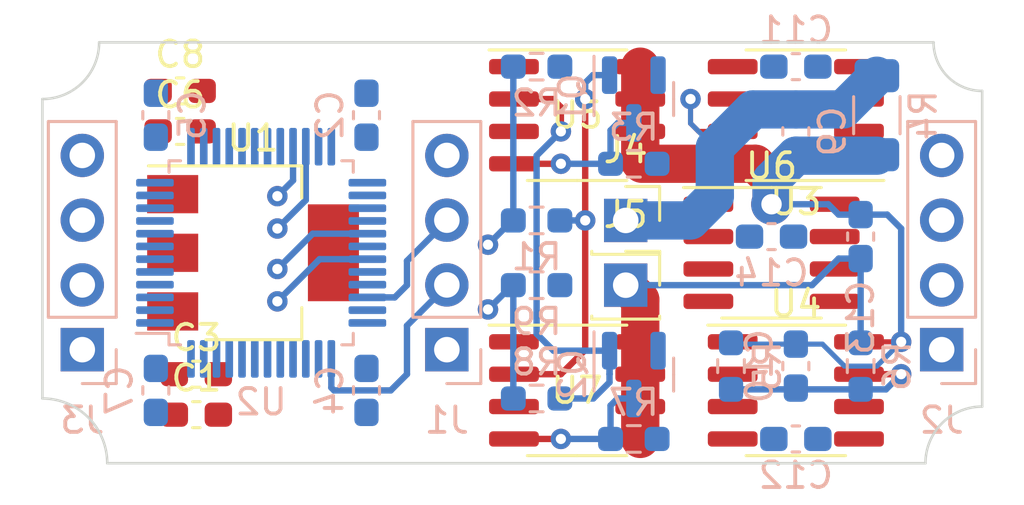
<source format=kicad_pcb>
(kicad_pcb (version 20211014) (generator pcbnew)
  (layers (0 "F.Cu" signal) (1 "In1.Cu" signal) (2 "In2.Cu" signal) (31 "B.Cu" signal) (34 "B.Paste" user) (35 "F.Paste" user) (36 "B.SilkS" user "B.Silkscreen") (37 "F.SilkS" user "F.Silkscreen") (38 "B.Mask" user) (39 "F.Mask" user) (44 "Edge.Cuts" user))
  (net 0 "")
  (net 1 "+5V")
  (net 2 "GNDD")
  (net 3 "+3V3")
  (net 4 "I_SENS +")
  (net 5 "I_SENS -")
  (net 6 "V_SENS -")
  (net 7 "Net-(C13-Pad2)")
  (net 8 "SWDIO")
  (net 9 "SWDCLK")
  (net 10 "SDA2")
  (net 11 "SCL2")
  (net 12 "A'")
  (net 13 "Net-(Q1-Pad3)")
  (net 14 "B'")
  (net 15 "Net-(Q2-Pad3)")
  (net 16 "A")
  (net 17 "B")
  (net 44 "SCL1")
  (net 45 "SDA1")
  (footprint "Capacitor_SMD:C_0603_1608Metric_Pad1.08x0.95mm_HandSolder" (layer "F.Cu") (at 76.5175 31.4325)
    (fp_text reference "C6" (at 0 -1.43) (layer "F.SilkS"))
    (fp_text value "100nF")
    (fp_line (start -0.146267 -0.51) (end 0.146267 -0.51) (layer "F.SilkS") (width 0.12))
    (fp_line (start -0.146267 0.51) (end 0.146267 0.51) (layer "F.SilkS") (width 0.12))
    (pad "1" smd roundrect locked (at -0.8625 0) (size 1.075 0.95) (layers "F.Cu" "F.Paste" "F.Mask") (net 3 "+3V3"))
    (pad "2" smd roundrect locked (at 0.8625 0) (size 1.075 0.95) (layers "F.Cu" "F.Paste" "F.Mask") (net 2 "GNDD"))
  )
  (footprint "Package_TO_SOT_SMD:SOT-223-3_TabPin2" (layer "F.Cu") (at 79.375 36.195)
    (fp_text reference "U1" (at 0 -4.5) (layer "F.SilkS"))
    (fp_text value "AMS1117-3.3")
    (fp_line (start 1.91 -3.41) (end 1.91 -2.15) (layer "F.SilkS") (width 0.12))
    (fp_line (start 1.91 3.41) (end 1.91 2.15) (layer "F.SilkS") (width 0.12))
    (fp_line (start -1.85 3.41) (end 1.91 3.41) (layer "F.SilkS") (width 0.12))
    (fp_line (start -4.1 -3.41) (end 1.91 -3.41) (layer "F.SilkS") (width 0.12))
    (pad "1" smd rect locked (at -3.15 -2.3) (size 2 1.5) (layers "F.Cu" "F.Paste" "F.Mask") (net 2 "GNDD"))
    (pad "2" smd rect locked (at -3.15 0) (size 2 1.5) (layers "F.Cu" "F.Paste" "F.Mask") (net 3 "+3V3"))
    (pad "2" smd rect locked (at 3.15 0) (size 2 3.8) (layers "F.Cu" "F.Paste" "F.Mask") (net 3 "+3V3"))
    (pad "3" smd rect locked (at -3.15 2.3) (size 2 1.5) (layers "F.Cu" "F.Paste" "F.Mask") (net 1 "+5V"))
  )
  (footprint "Package_SO:SOIC-8_3.9x4.9mm_P1.27mm" (layer "F.Cu") (at 99.695 36.195)
    (fp_text reference "U6" (at 0 -3.4) (layer "F.SilkS"))
    (fp_text value "AS5600")
    (fp_line (start 0 2.56) (end -1.95 2.56) (layer "F.SilkS") (width 0.12))
    (fp_line (start 0 2.56) (end 1.95 2.56) (layer "F.SilkS") (width 0.12))
    (fp_line (start 0 -2.56) (end -3.45 -2.56) (layer "F.SilkS") (width 0.12))
    (fp_line (start 0 -2.56) (end 1.95 -2.56) (layer "F.SilkS") (width 0.12))
    (pad "1" smd roundrect locked (at -2.475 -1.905) (size 1.95 0.6) (layers "F.Cu" "F.Paste" "F.Mask") (net 3 "+3V3"))
    (pad "2" smd roundrect locked (at -2.475 -0.635) (size 1.95 0.6) (layers "F.Cu" "F.Paste" "F.Mask") (net 3 "+3V3"))
    (pad "3" smd roundrect locked (at -2.475 0.635) (size 1.95 0.6) (layers "F.Cu" "F.Paste" "F.Mask"))
    (pad "4" smd roundrect locked (at -2.475 1.905) (size 1.95 0.6) (layers "F.Cu" "F.Paste" "F.Mask") (net 2 "GNDD"))
    (pad "5" smd roundrect locked (at 2.475 1.905) (size 1.95 0.6) (layers "F.Cu" "F.Paste" "F.Mask"))
    (pad "6" smd roundrect locked (at 2.475 0.635) (size 1.95 0.6) (layers "F.Cu" "F.Paste" "F.Mask") (net 45 "SDA1"))
    (pad "7" smd roundrect locked (at 2.475 -0.635) (size 1.95 0.6) (layers "F.Cu" "F.Paste" "F.Mask") (net 44 "SCL1"))
    (pad "8" smd roundrect locked (at 2.475 -1.905) (size 1.95 0.6) (layers "F.Cu" "F.Paste" "F.Mask") (net 2 "GNDD"))
  )
  (footprint "Connector_PinSocket_2.54mm:PinSocket_1x01_P2.54mm_Vertical" (layer "F.Cu") (at 93.98 37.465)
    (fp_text reference "J5" (at 0 -2.77) (layer "F.SilkS"))
    (fp_text value "MOT")
    (fp_line (start 0 -1.33) (end 1.33 -1.33) (layer "F.SilkS") (width 0.12))
    (fp_line (start -1.33 1.21) (end -1.33 1.33) (layer "F.SilkS") (width 0.12))
    (fp_line (start 1.33 -1.33) (end 1.33 0) (layer "F.SilkS") (width 0.12))
    (fp_line (start -1.33 1.33) (end 1.33 1.33) (layer "F.SilkS") (width 0.12))
    (fp_line (start 1.33 1.21) (end 1.33 1.33) (layer "F.SilkS") (width 0.12))
    (pad "1" thru_hole rect locked (at 0 0) (size 1.7 1.7) (drill 1) (layers *.Cu *.Mask) (net 7 "Net-(C13-Pad2)"))
  )
  (footprint "Package_SO:SOIC-8_3.9x4.9mm_P1.27mm" (layer "F.Cu") (at 92.075 41.5925)
    (fp_text reference "U7" (at 0 0) (layer "F.SilkS"))
    (fp_text value "IRF7307")
    (fp_line (start 0 -2.56) (end -3.45 -2.56) (layer "F.SilkS") (width 0.12))
    (fp_line (start 0 2.56) (end 1.95 2.56) (layer "F.SilkS") (width 0.12))
    (fp_line (start 0 -2.56) (end 1.95 -2.56) (layer "F.SilkS") (width 0.12))
    (fp_line (start 0 2.56) (end -1.95 2.56) (layer "F.SilkS") (width 0.12))
    (pad "1" smd roundrect locked (at -2.475 -1.905) (size 1.95 0.6) (layers "F.Cu" "F.Paste" "F.Mask") (net 2 "GNDD"))
    (pad "2" smd roundrect locked (at -2.475 -0.635) (size 1.95 0.6) (layers "F.Cu" "F.Paste" "F.Mask") (net 12 "A'"))
    (pad "3" smd roundrect locked (at -2.475 0.635) (size 1.95 0.6) (layers "F.Cu" "F.Paste" "F.Mask") (net 1 "+5V"))
    (pad "4" smd roundrect locked (at -2.475 1.905) (size 1.95 0.6) (layers "F.Cu" "F.Paste" "F.Mask") (net 15 "Net-(Q2-Pad3)"))
    (pad "5" smd roundrect locked (at 2.475 1.905) (size 1.95 0.6) (layers "F.Cu" "F.Paste" "F.Mask") (net 7 "Net-(C13-Pad2)"))
    (pad "6" smd roundrect locked (at 2.475 0.635) (size 1.95 0.6) (layers "F.Cu" "F.Paste" "F.Mask") (net 7 "Net-(C13-Pad2)"))
    (pad "7" smd roundrect locked (at 2.475 -0.635) (size 1.95 0.6) (layers "F.Cu" "F.Paste" "F.Mask") (net 7 "Net-(C13-Pad2)"))
    (pad "8" smd roundrect locked (at 2.475 -1.905) (size 1.95 0.6) (layers "F.Cu" "F.Paste" "F.Mask") (net 7 "Net-(C13-Pad2)"))
  )
  (footprint "Connector_PinSocket_2.54mm:PinSocket_1x01_P2.54mm_Vertical" (layer "F.Cu") (at 93.98 34.925)
    (fp_text reference "J4" (at 0 -2.77) (layer "F.SilkS"))
    (fp_text value "MOT")
    (fp_line (start 1.33 1.21) (end 1.33 1.33) (layer "F.SilkS") (width 0.12))
    (fp_line (start -1.33 1.21) (end -1.33 1.33) (layer "F.SilkS") (width 0.12))
    (fp_line (start 0 -1.33) (end 1.33 -1.33) (layer "F.SilkS") (width 0.12))
    (fp_line (start 1.33 -1.33) (end 1.33 0) (layer "F.SilkS") (width 0.12))
    (fp_line (start -1.33 1.33) (end 1.33 1.33) (layer "F.SilkS") (width 0.12))
    (pad "1" thru_hole rect locked (at 0 0) (size 1.7 1.7) (drill 1) (layers *.Cu *.Mask) (net 5 "I_SENS -"))
  )
  (footprint "Capacitor_SMD:C_0603_1608Metric_Pad1.08x0.95mm_HandSolder" (layer "F.Cu") (at 77.1525 42.545)
    (fp_text reference "C1" (at 0 -1.43) (layer "F.SilkS"))
    (fp_text value "10uF")
    (fp_line (start -0.146267 -0.51) (end 0.146267 -0.51) (layer "F.SilkS") (width 0.12))
    (fp_line (start -0.146267 0.51) (end 0.146267 0.51) (layer "F.SilkS") (width 0.12))
    (pad "1" smd roundrect locked (at -0.8625 0) (size 1.075 0.95) (layers "F.Cu" "F.Paste" "F.Mask") (net 1 "+5V"))
    (pad "2" smd roundrect locked (at 0.8625 0) (size 1.075 0.95) (layers "F.Cu" "F.Paste" "F.Mask") (net 2 "GNDD"))
  )
  (footprint "Capacitor_SMD:C_0603_1608Metric_Pad1.08x0.95mm_HandSolder" (layer "F.Cu") (at 76.5175 29.845)
    (fp_text reference "C8" (at 0 -1.43) (layer "F.SilkS"))
    (fp_text value "10uF")
    (fp_line (start -0.146267 0.51) (end 0.146267 0.51) (layer "F.SilkS") (width 0.12))
    (fp_line (start -0.146267 -0.51) (end 0.146267 -0.51) (layer "F.SilkS") (width 0.12))
    (pad "1" smd roundrect locked (at -0.8625 0) (size 1.075 0.95) (layers "F.Cu" "F.Paste" "F.Mask") (net 3 "+3V3"))
    (pad "2" smd roundrect locked (at 0.8625 0) (size 1.075 0.95) (layers "F.Cu" "F.Paste" "F.Mask") (net 2 "GNDD"))
  )
  (footprint "Capacitor_SMD:C_0603_1608Metric_Pad1.08x0.95mm_HandSolder" (layer "F.Cu") (at 77.1525 40.9575)
    (fp_text reference "C3" (at 0 -1.43) (layer "F.SilkS"))
    (fp_text value "100nF")
    (fp_line (start -0.146267 0.51) (end 0.146267 0.51) (layer "F.SilkS") (width 0.12))
    (fp_line (start -0.146267 -0.51) (end 0.146267 -0.51) (layer "F.SilkS") (width 0.12))
    (pad "1" smd roundrect locked (at -0.8625 0) (size 1.075 0.95) (layers "F.Cu" "F.Paste" "F.Mask") (net 1 "+5V"))
    (pad "2" smd roundrect locked (at 0.8625 0) (size 1.075 0.95) (layers "F.Cu" "F.Paste" "F.Mask") (net 2 "GNDD"))
  )
  (footprint "Package_SO:SOIC-8_3.9x4.9mm_P1.27mm" (layer "F.Cu") (at 100.6475 41.5925)
    (fp_text reference "U4" (at 0 -3.4) (layer "F.SilkS"))
    (fp_text value "INA219AxD")
    (fp_line (start 0 -2.56) (end 1.95 -2.56) (layer "F.SilkS") (width 0.12))
    (fp_line (start 0 -2.56) (end -3.45 -2.56) (layer "F.SilkS") (width 0.12))
    (fp_line (start 0 2.56) (end -1.95 2.56) (layer "F.SilkS") (width 0.12))
    (fp_line (start 0 2.56) (end 1.95 2.56) (layer "F.SilkS") (width 0.12))
    (pad "1" smd roundrect locked (at -2.475 -1.905) (size 1.95 0.6) (layers "F.Cu" "F.Paste" "F.Mask") (net 2 "GNDD"))
    (pad "2" smd roundrect locked (at -2.475 -0.635) (size 1.95 0.6) (layers "F.Cu" "F.Paste" "F.Mask") (net 3 "+3V3"))
    (pad "3" smd roundrect locked (at -2.475 0.635) (size 1.95 0.6) (layers "F.Cu" "F.Paste" "F.Mask") (net 45 "SDA1"))
    (pad "4" smd roundrect locked (at -2.475 1.905) (size 1.95 0.6) (layers "F.Cu" "F.Paste" "F.Mask") (net 44 "SCL1"))
    (pad "5" smd roundrect locked (at 2.475 1.905) (size 1.95 0.6) (layers "F.Cu" "F.Paste" "F.Mask") (net 3 "+3V3"))
    (pad "6" smd roundrect locked (at 2.475 0.635) (size 1.95 0.6) (layers "F.Cu" "F.Paste" "F.Mask") (net 2 "GNDD"))
    (pad "7" smd roundrect locked (at 2.475 -0.635) (size 1.95 0.6) (layers "F.Cu" "F.Paste" "F.Mask") (net 6 "V_SENS -"))
    (pad "8" smd roundrect locked (at 2.475 -1.905) (size 1.95 0.6) (layers "F.Cu" "F.Paste" "F.Mask") (net 4 "I_SENS +"))
  )
  (footprint "Package_SO:SOIC-8_3.9x4.9mm_P1.27mm" (layer "F.Cu") (at 100.6475 30.7975 180)
    (fp_text reference "U3" (at 0 -3.4) (layer "F.SilkS"))
    (fp_text value "INA219AxD")
    (fp_line (start 0 2.56) (end 1.95 2.56) (layer "F.SilkS") (width 0.12))
    (fp_line (start 0 -2.56) (end -3.45 -2.56) (layer "F.SilkS") (width 0.12))
    (fp_line (start 0 2.56) (end -1.95 2.56) (layer "F.SilkS") (width 0.12))
    (fp_line (start 0 -2.56) (end 1.95 -2.56) (layer "F.SilkS") (width 0.12))
    (pad "1" smd roundrect locked (at -2.475 -1.905 180) (size 1.95 0.6) (layers "F.Cu" "F.Paste" "F.Mask") (net 2 "GNDD"))
    (pad "2" smd roundrect locked (at -2.475 -0.635 180) (size 1.95 0.6) (layers "F.Cu" "F.Paste" "F.Mask") (net 2 "GNDD"))
    (pad "3" smd roundrect locked (at -2.475 0.635 180) (size 1.95 0.6) (layers "F.Cu" "F.Paste" "F.Mask") (net 45 "SDA1"))
    (pad "4" smd roundrect locked (at -2.475 1.905 180) (size 1.95 0.6) (layers "F.Cu" "F.Paste" "F.Mask") (net 44 "SCL1"))
    (pad "5" smd roundrect locked (at 2.475 1.905 180) (size 1.95 0.6) (layers "F.Cu" "F.Paste" "F.Mask") (net 3 "+3V3"))
    (pad "6" smd roundrect locked (at 2.475 0.635 180) (size 1.95 0.6) (layers "F.Cu" "F.Paste" "F.Mask") (net 2 "GNDD"))
    (pad "7" smd roundrect locked (at 2.475 -0.635 180) (size 1.95 0.6) (layers "F.Cu" "F.Paste" "F.Mask") (net 5 "I_SENS -"))
    (pad "8" smd roundrect locked (at 2.475 -1.905 180) (size 1.95 0.6) (layers "F.Cu" "F.Paste" "F.Mask") (net 4 "I_SENS +"))
  )
  (footprint "Package_SO:SOIC-8_3.9x4.9mm_P1.27mm" (layer "F.Cu") (at 92.075 30.7975)
    (fp_text reference "U5" (at 0 0) (layer "F.SilkS"))
    (fp_text value "IRF7307")
    (fp_line (start 0 2.56) (end 1.95 2.56) (layer "F.SilkS") (width 0.12))
    (fp_line (start 0 -2.56) (end 1.95 -2.56) (layer "F.SilkS") (width 0.12))
    (fp_line (start 0 2.56) (end -1.95 2.56) (layer "F.SilkS") (width 0.12))
    (fp_line (start 0 -2.56) (end -3.45 -2.56) (layer "F.SilkS") (width 0.12))
    (pad "1" smd roundrect locked (at -2.475 -1.905) (size 1.95 0.6) (layers "F.Cu" "F.Paste" "F.Mask") (net 2 "GNDD"))
    (pad "2" smd roundrect locked (at -2.475 -0.635) (size 1.95 0.6) (layers "F.Cu" "F.Paste" "F.Mask") (net 14 "B'"))
    (pad "3" smd roundrect locked (at -2.475 0.635) (size 1.95 0.6) (layers "F.Cu" "F.Paste" "F.Mask") (net 1 "+5V"))
    (pad "4" smd roundrect locked (at -2.475 1.905) (size 1.95 0.6) (layers "F.Cu" "F.Paste" "F.Mask") (net 13 "Net-(Q1-Pad3)"))
    (pad "5" smd roundrect locked (at 2.475 1.905) (size 1.95 0.6) (layers "F.Cu" "F.Paste" "F.Mask") (net 4 "I_SENS +"))
    (pad "6" smd roundrect locked (at 2.475 0.635) (size 1.95 0.6) (layers "F.Cu" "F.Paste" "F.Mask") (net 4 "I_SENS +"))
    (pad "7" smd roundrect locked (at 2.475 -0.635) (size 1.95 0.6) (layers "F.Cu" "F.Paste" "F.Mask") (net 4 "I_SENS +"))
    (pad "8" smd roundrect locked (at 2.475 -1.905) (size 1.95 0.6) (layers "F.Cu" "F.Paste" "F.Mask") (net 4 "I_SENS +"))
  )
  (footprint "Package_TO_SOT_SMD:SOT-23" (layer "B.Cu") (at 94.2975 40.9725 -90)
    (fp_text reference "Q2" (at 0 2.4 90) (layer "B.SilkS") (effects (justify mirror)))
    (fp_text value "AO3400A")
    (fp_line (start 0 1.56) (end 0.65 1.56) (layer "B.SilkS") (width 0.12))
    (fp_line (start 0 -1.56) (end 0.65 -1.56) (layer "B.SilkS") (width 0.12))
    (fp_line (start 0 1.56) (end -1.675 1.56) (layer "B.SilkS") (width 0.12))
    (fp_line (start 0 -1.56) (end -0.65 -1.56) (layer "B.SilkS") (width 0.12))
    (pad "1" smd roundrect locked (at -0.9375 0.95 270) (size 1.475 0.6) (layers "B.Cu" "B.Paste" "B.Mask") (net 14 "B'"))
    (pad "2" smd roundrect locked (at -0.9375 -0.95 270) (size 1.475 0.6) (layers "B.Cu" "B.Paste" "B.Mask") (net 2 "GNDD"))
    (pad "3" smd roundrect locked (at 0.9375 0 270) (size 1.475 0.6) (layers "B.Cu" "B.Paste" "B.Mask") (net 15 "Net-(Q2-Pad3)"))
  )
  (footprint "Capacitor_SMD:C_0603_1608Metric_Pad1.08x0.95mm_HandSolder" (layer "B.Cu") (at 83.82 41.5925 -90)
    (fp_text reference "C4" (at 0 1.43 90) (layer "B.SilkS") (effects (justify mirror)))
    (fp_text value "100nF")
    (fp_line (start -0.146267 -0.51) (end 0.146267 -0.51) (layer "B.SilkS") (width 0.12))
    (fp_line (start -0.146267 0.51) (end 0.146267 0.51) (layer "B.SilkS") (width 0.12))
    (pad "1" smd roundrect locked (at -0.8625 0 270) (size 1.075 0.95) (layers "B.Cu" "B.Paste" "B.Mask") (net 3 "+3V3"))
    (pad "2" smd roundrect locked (at 0.8625 0 270) (size 1.075 0.95) (layers "B.Cu" "B.Paste" "B.Mask") (net 2 "GNDD"))
  )
  (footprint "Resistor_SMD:R_0603_1608Metric_Pad0.98x0.95mm_HandSolder" (layer "B.Cu") (at 90.4875 41.91 180)
    (fp_text reference "R8" (at 0 1.43) (layer "B.SilkS") (effects (justify mirror)))
    (fp_text value "100R")
    (fp_line (start -0.254724 0.5225) (end 0.254724 0.5225) (layer "B.SilkS") (width 0.12))
    (fp_line (start -0.254724 -0.5225) (end 0.254724 -0.5225) (layer "B.SilkS") (width 0.12))
    (pad "1" smd roundrect locked (at -0.9125 0 180) (size 0.975 0.95) (layers "B.Cu" "B.Paste" "B.Mask") (net 14 "B'"))
    (pad "2" smd roundrect locked (at 0.9125 0 180) (size 0.975 0.95) (layers "B.Cu" "B.Paste" "B.Mask") (net 17 "B"))
  )
  (footprint "Resistor_SMD:R_0603_1608Metric_Pad0.98x0.95mm_HandSolder" (layer "B.Cu") (at 90.4875 37.465)
    (fp_text reference "R9" (at 0 1.43) (layer "B.SilkS") (effects (justify mirror)))
    (fp_text value "10K")
    (fp_line (start -0.254724 0.5225) (end 0.254724 0.5225) (layer "B.SilkS") (width 0.12))
    (fp_line (start -0.254724 -0.5225) (end 0.254724 -0.5225) (layer "B.SilkS") (width 0.12))
    (pad "1" smd roundrect locked (at -0.9125 0) (size 0.975 0.95) (layers "B.Cu" "B.Paste" "B.Mask") (net 17 "B"))
    (pad "2" smd roundrect locked (at 0.9125 0) (size 0.975 0.95) (layers "B.Cu" "B.Paste" "B.Mask") (net 2 "GNDD"))
  )
  (footprint "Resistor_SMD:R_1206_3216Metric_Pad1.30x1.75mm_HandSolder" (layer "B.Cu") (at 103.8225 30.7975 90)
    (fp_text reference "R4" (at 0 1.82 90) (layer "B.SilkS") (effects (justify mirror)))
    (fp_text value "0R1")
    (fp_line (start -0.727064 -0.91) (end 0.727064 -0.91) (layer "B.SilkS") (width 0.12))
    (fp_line (start -0.727064 0.91) (end 0.727064 0.91) (layer "B.SilkS") (width 0.12))
    (pad "1" smd roundrect locked (at -1.55 0 90) (size 1.3 1.75) (layers "B.Cu" "B.Paste" "B.Mask") (roundrect_rratio 0.192308) (net 4 "I_SENS +"))
    (pad "2" smd roundrect locked (at 1.55 0 90) (size 1.3 1.75) (layers "B.Cu" "B.Paste" "B.Mask") (roundrect_rratio 0.192308) (net 5 "I_SENS -"))
  )
  (footprint "Capacitor_SMD:C_0603_1608Metric_Pad1.08x0.95mm_HandSolder" (layer "B.Cu") (at 103.1875 35.56 -90)
    (fp_text reference "C13" (at 3.175 0 90) (layer "B.SilkS") (effects (justify mirror)))
    (fp_text value "100nF")
    (fp_line (start -0.146267 0.51) (end 0.146267 0.51) (layer "B.SilkS") (width 0.12))
    (fp_line (start -0.146267 -0.51) (end 0.146267 -0.51) (layer "B.SilkS") (width 0.12))
    (pad "1" smd roundrect locked (at -0.8625 0 270) (size 1.075 0.95) (layers "B.Cu" "B.Paste" "B.Mask") (net 4 "I_SENS +"))
    (pad "2" smd roundrect locked (at 0.8625 0 270) (size 1.075 0.95) (layers "B.Cu" "B.Paste" "B.Mask") (net 7 "Net-(C13-Pad2)"))
  )
  (footprint "Capacitor_SMD:C_0603_1608Metric_Pad1.08x0.95mm_HandSolder" (layer "B.Cu") (at 99.695 35.56)
    (fp_text reference "C14" (at 0 1.43) (layer "B.SilkS") (effects (justify mirror)))
    (fp_text value "100nF")
    (fp_line (start -0.146267 0.51) (end 0.146267 0.51) (layer "B.SilkS") (width 0.12))
    (fp_line (start -0.146267 -0.51) (end 0.146267 -0.51) (layer "B.SilkS") (width 0.12))
    (pad "1" smd roundrect locked (at -0.8625 0) (size 1.075 0.95) (layers "B.Cu" "B.Paste" "B.Mask") (net 3 "+3V3"))
    (pad "2" smd roundrect locked (at 0.8625 0) (size 1.075 0.95) (layers "B.Cu" "B.Paste" "B.Mask") (net 2 "GNDD"))
  )
  (footprint "Resistor_SMD:R_0603_1608Metric_Pad0.98x0.95mm_HandSolder" (layer "B.Cu") (at 94.2975 32.7025 180)
    (fp_text reference "R3" (at 0 1.43) (layer "B.SilkS") (effects (justify mirror)))
    (fp_text value "10K")
    (fp_line (start -0.254724 0.5225) (end 0.254724 0.5225) (layer "B.SilkS") (width 0.12))
    (fp_line (start -0.254724 -0.5225) (end 0.254724 -0.5225) (layer "B.SilkS") (width 0.12))
    (pad "1" smd roundrect locked (at -0.9125 0 180) (size 0.975 0.95) (layers "B.Cu" "B.Paste" "B.Mask") (net 1 "+5V"))
    (pad "2" smd roundrect locked (at 0.9125 0 180) (size 0.975 0.95) (layers "B.Cu" "B.Paste" "B.Mask") (net 13 "Net-(Q1-Pad3)"))
  )
  (footprint "Package_TO_SOT_SMD:SOT-23" (layer "B.Cu") (at 94.2975 30.1625 -90)
    (fp_text reference "Q1" (at 0 2.4 90) (layer "B.SilkS") (effects (justify mirror)))
    (fp_text value "AO3400A")
    (fp_line (start 0 -1.56) (end -0.65 -1.56) (layer "B.SilkS") (width 0.12))
    (fp_line (start 0 -1.56) (end 0.65 -1.56) (layer "B.SilkS") (width 0.12))
    (fp_line (start 0 1.56) (end 0.65 1.56) (layer "B.SilkS") (width 0.12))
    (fp_line (start 0 1.56) (end -1.675 1.56) (layer "B.SilkS") (width 0.12))
    (pad "1" smd roundrect locked (at -0.9375 0.95 270) (size 1.475 0.6) (layers "B.Cu" "B.Paste" "B.Mask") (net 12 "A'"))
    (pad "2" smd roundrect locked (at -0.9375 -0.95 270) (size 1.475 0.6) (layers "B.Cu" "B.Paste" "B.Mask") (net 2 "GNDD"))
    (pad "3" smd roundrect locked (at 0.9375 0 270) (size 1.475 0.6) (layers "B.Cu" "B.Paste" "B.Mask") (net 13 "Net-(Q1-Pad3)"))
  )
  (footprint "Capacitor_SMD:C_0603_1608Metric_Pad1.08x0.95mm_HandSolder" (layer "B.Cu") (at 100.6475 28.8925 180)
    (fp_text reference "C11" (at 0 1.43) (layer "B.SilkS") (effects (justify mirror)))
    (fp_text value "100nF")
    (fp_line (start -0.146267 0.51) (end 0.146267 0.51) (layer "B.SilkS") (width 0.12))
    (fp_line (start -0.146267 -0.51) (end 0.146267 -0.51) (layer "B.SilkS") (width 0.12))
    (pad "1" smd roundrect locked (at -0.8625 0 180) (size 1.075 0.95) (layers "B.Cu" "B.Paste" "B.Mask") (net 2 "GNDD"))
    (pad "2" smd roundrect locked (at 0.8625 0 180) (size 1.075 0.95) (layers "B.Cu" "B.Paste" "B.Mask") (net 3 "+3V3"))
  )
  (footprint "Resistor_SMD:R_0603_1608Metric_Pad0.98x0.95mm_HandSolder" (layer "B.Cu") (at 103.1875 40.64 90)
    (fp_text reference "R6" (at 0 1.43 90) (layer "B.SilkS") (effects (justify mirror)))
    (fp_text value "10K")
    (fp_line (start -0.254724 0.5225) (end 0.254724 0.5225) (layer "B.SilkS") (width 0.12))
    (fp_line (start -0.254724 -0.5225) (end 0.254724 -0.5225) (layer "B.SilkS") (width 0.12))
    (pad "1" smd roundrect locked (at -0.9125 0 90) (size 0.975 0.95) (layers "B.Cu" "B.Paste" "B.Mask") (net 6 "V_SENS -"))
    (pad "2" smd roundrect locked (at 0.9125 0 90) (size 0.975 0.95) (layers "B.Cu" "B.Paste" "B.Mask") (net 7 "Net-(C13-Pad2)"))
  )
  (footprint "Capacitor_SMD:C_0603_1608Metric_Pad1.08x0.95mm_HandSolder" (layer "B.Cu") (at 100.6475 43.4975)
    (fp_text reference "C12" (at 0 1.43) (layer "B.SilkS") (effects (justify mirror)))
    (fp_text value "100nF")
    (fp_line (start -0.146267 -0.51) (end 0.146267 -0.51) (layer "B.SilkS") (width 0.12))
    (fp_line (start -0.146267 0.51) (end 0.146267 0.51) (layer "B.SilkS") (width 0.12))
    (pad "1" smd roundrect locked (at -0.8625 0) (size 1.075 0.95) (layers "B.Cu" "B.Paste" "B.Mask") (net 2 "GNDD"))
    (pad "2" smd roundrect locked (at 0.8625 0) (size 1.075 0.95) (layers "B.Cu" "B.Paste" "B.Mask") (net 3 "+3V3"))
  )
  (footprint "Resistor_SMD:R_0603_1608Metric_Pad0.98x0.95mm_HandSolder" (layer "B.Cu") (at 90.4875 28.8925)
    (fp_text reference "R2" (at 0 1.43) (layer "B.SilkS") (effects (justify mirror)))
    (fp_text value "10K")
    (fp_line (start -0.254724 -0.5225) (end 0.254724 -0.5225) (layer "B.SilkS") (width 0.12))
    (fp_line (start -0.254724 0.5225) (end 0.254724 0.5225) (layer "B.SilkS") (width 0.12))
    (pad "1" smd roundrect locked (at -0.9125 0) (size 0.975 0.95) (layers "B.Cu" "B.Paste" "B.Mask") (net 16 "A"))
    (pad "2" smd roundrect locked (at 0.9125 0) (size 0.975 0.95) (layers "B.Cu" "B.Paste" "B.Mask") (net 2 "GNDD"))
  )
  (footprint "Capacitor_SMD:C_0603_1608Metric_Pad1.08x0.95mm_HandSolder" (layer "B.Cu") (at 75.565 41.5925 -90)
    (fp_text reference "C7" (at 0 1.43 90) (layer "B.SilkS") (effects (justify mirror)))
    (fp_text value "100nF")
    (fp_line (start -0.146267 0.51) (end 0.146267 0.51) (layer "B.SilkS") (width 0.12))
    (fp_line (start -0.146267 -0.51) (end 0.146267 -0.51) (layer "B.SilkS") (width 0.12))
    (pad "1" smd roundrect locked (at -0.8625 0 270) (size 1.075 0.95) (layers "B.Cu" "B.Paste" "B.Mask") (net 3 "+3V3"))
    (pad "2" smd roundrect locked (at 0.8625 0 270) (size 1.075 0.95) (layers "B.Cu" "B.Paste" "B.Mask") (net 2 "GNDD"))
  )
  (footprint "Capacitor_SMD:C_0603_1608Metric_Pad1.08x0.95mm_HandSolder" (layer "B.Cu") (at 100.6475 31.4325 90)
    (fp_text reference "C9" (at 0 1.43 90) (layer "B.SilkS") (effects (justify mirror)))
    (fp_text value "100nF")
    (fp_line (start -0.146267 -0.51) (end 0.146267 -0.51) (layer "B.SilkS") (width 0.12))
    (fp_line (start -0.146267 0.51) (end 0.146267 0.51) (layer "B.SilkS") (width 0.12))
    (pad "1" smd roundrect locked (at -0.8625 0 90) (size 1.075 0.95) (layers "B.Cu" "B.Paste" "B.Mask") (net 4 "I_SENS +"))
    (pad "2" smd roundrect locked (at 0.8625 0 90) (size 1.075 0.95) (layers "B.Cu" "B.Paste" "B.Mask") (net 5 "I_SENS -"))
  )
  (footprint "Connector_PinSocket_2.54mm:PinSocket_1x04_P2.54mm_Vertical" (layer "B.Cu") (at 86.97 39.995)
    (fp_text reference "J1" (at 0 2.77) (layer "B.SilkS") (effects (justify mirror)))
    (fp_text value "PRGR")
    (fp_line (start 1.33 1.33) (end 1.33 0) (layer "B.SilkS") (width 0.12))
    (fp_line (start -1.33 -1.27) (end 1.33 -1.27) (layer "B.SilkS") (width 0.12))
    (fp_line (start -1.33 -8.95) (end 1.33 -8.95) (layer "B.SilkS") (width 0.12))
    (fp_line (start 0 1.33) (end 1.33 1.33) (layer "B.SilkS") (width 0.12))
    (fp_line (start -1.33 -1.27) (end -1.33 -8.95) (layer "B.SilkS") (width 0.12))
    (fp_line (start 1.33 -1.27) (end 1.33 -8.95) (layer "B.SilkS") (width 0.12))
    (pad "1" thru_hole rect locked (at 0 0) (size 1.7 1.7) (drill 1) (layers *.Cu *.Mask) (net 2 "GNDD"))
    (pad "2" thru_hole oval locked (at 0 -2.54) (size 1.7 1.7) (drill 1) (layers *.Cu *.Mask) (net 9 "SWDCLK"))
    (pad "3" thru_hole oval locked (at 0 -5.08) (size 1.7 1.7) (drill 1) (layers *.Cu *.Mask) (net 8 "SWDIO"))
    (pad "4" thru_hole oval locked (at 0 -7.62) (size 1.7 1.7) (drill 1) (layers *.Cu *.Mask) (net 1 "+5V"))
  )
  (footprint "Package_QFP:LQFP-48_7x7mm_P0.5mm" (layer "B.Cu") (at 79.6925 36.195)
    (fp_text reference "U2" (at 0 5.85) (layer "B.SilkS") (effects (justify mirror)))
    (fp_text value "STM32F030C8Tx")
    (fp_line (start -3.61 3.16) (end -4.9 3.16) (layer "B.SilkS") (width 0.12))
    (fp_line (start -3.16 3.61) (end -3.61 3.61) (layer "B.SilkS") (width 0.12))
    (fp_line (start -3.16 -3.61) (end -3.61 -3.61) (layer "B.SilkS") (width 0.12))
    (fp_line (start 3.16 -3.61) (end 3.61 -3.61) (layer "B.SilkS") (width 0.12))
    (fp_line (start 3.61 -3.61) (end 3.61 -3.16) (layer "B.SilkS") (width 0.12))
    (fp_line (start 3.61 3.61) (end 3.61 3.16) (layer "B.SilkS") (width 0.12))
    (fp_line (start 3.16 3.61) (end 3.61 3.61) (layer "B.SilkS") (width 0.12))
    (fp_line (start -3.61 -3.61) (end -3.61 -3.16) (layer "B.SilkS") (width 0.12))
    (fp_line (start -3.61 3.61) (end -3.61 3.16) (layer "B.SilkS") (width 0.12))
    (pad "1" smd roundrect locked (at -4.1625 2.75) (size 1.475 0.3) (layers "B.Cu" "B.Paste" "B.Mask") (net 3 "+3V3"))
    (pad "2" smd roundrect locked (at -4.1625 2.25) (size 1.475 0.3) (layers "B.Cu" "B.Paste" "B.Mask"))
    (pad "3" smd roundrect locked (at -4.1625 1.75) (size 1.475 0.3) (layers "B.Cu" "B.Paste" "B.Mask"))
    (pad "4" smd roundrect locked (at -4.1625 1.25) (size 1.475 0.3) (layers "B.Cu" "B.Paste" "B.Mask"))
    (pad "5" smd roundrect locked (at -4.1625 0.75) (size 1.475 0.3) (layers "B.Cu" "B.Paste" "B.Mask"))
    (pad "6" smd roundrect locked (at -4.1625 0.25) (size 1.475 0.3) (layers "B.Cu" "B.Paste" "B.Mask"))
    (pad "7" smd roundrect locked (at -4.1625 -0.25) (size 1.475 0.3) (layers "B.Cu" "B.Paste" "B.Mask") (net 3 "+3V3"))
    (pad "8" smd roundrect locked (at -4.1625 -0.75) (size 1.475 0.3) (layers "B.Cu" "B.Paste" "B.Mask") (net 2 "GNDD"))
    (pad "9" smd roundrect locked (at -4.1625 -1.25) (size 1.475 0.3) (layers "B.Cu" "B.Paste" "B.Mask") (net 3 "+3V3"))
    (pad "10" smd roundrect locked (at -4.1625 -1.75) (size 1.475 0.3) (layers "B.Cu" "B.Paste" "B.Mask"))
    (pad "11" smd roundrect locked (at -4.1625 -2.25) (size 1.475 0.3) (layers "B.Cu" "B.Paste" "B.Mask"))
    (pad "12" smd roundrect locked (at -4.1625 -2.75) (size 1.475 0.3) (layers "B.Cu" "B.Paste" "B.Mask"))
    (pad "13" smd roundrect locked (at -2.75 -4.1625) (size 0.3 1.475) (layers "B.Cu" "B.Paste" "B.Mask"))
    (pad "14" smd roundrect locked (at -2.25 -4.1625) (size 0.3 1.475) (layers "B.Cu" "B.Paste" "B.Mask"))
    (pad "15" smd roundrect locked (at -1.75 -4.1625) (size 0.3 1.475) (layers "B.Cu" "B.Paste" "B.Mask"))
    (pad "16" smd roundrect locked (at -1.25 -4.1625) (size 0.3 1.475) (layers "B.Cu" "B.Paste" "B.Mask"))
    (pad "17" smd roundrect locked (at -0.75 -4.1625) (size 0.3 1.475) (layers "B.Cu" "B.Paste" "B.Mask"))
    (pad "18" smd roundrect locked (at -0.25 -4.1625) (size 0.3 1.475) (layers "B.Cu" "B.Paste" "B.Mask"))
    (pad "19" smd roundrect locked (at 0.25 -4.1625) (size 0.3 1.475) (layers "B.Cu" "B.Paste" "B.Mask"))
    (pad "20" smd roundrect locked (at 0.75 -4.1625) (size 0.3 1.475) (layers "B.Cu" "B.Paste" "B.Mask") (net 2 "GNDD"))
    (pad "21" smd roundrect locked (at 1.25 -4.1625) (size 0.3 1.475) (layers "B.Cu" "B.Paste" "B.Mask") (net 11 "SCL2"))
    (pad "22" smd roundrect locked (at 1.75 -4.1625) (size 0.3 1.475) (layers "B.Cu" "B.Paste" "B.Mask") (net 10 "SDA2"))
    (pad "23" smd roundrect locked (at 2.25 -4.1625) (size 0.3 1.475) (layers "B.Cu" "B.Paste" "B.Mask") (net 2 "GNDD"))
    (pad "24" smd roundrect locked (at 2.75 -4.1625) (size 0.3 1.475) (layers "B.Cu" "B.Paste" "B.Mask") (net 3 "+3V3"))
    (pad "25" smd roundrect locked (at 4.1625 -2.75) (size 1.475 0.3) (layers "B.Cu" "B.Paste" "B.Mask"))
    (pad "26" smd roundrect locked (at 4.1625 -2.25) (size 1.475 0.3) (layers "B.Cu" "B.Paste" "B.Mask"))
    (pad "27" smd roundrect locked (at 4.1625 -1.75) (size 1.475 0.3) (layers "B.Cu" "B.Paste" "B.Mask"))
    (pad "28" smd roundrect locked (at 4.1625 -1.25) (size 1.475 0.3) (layers "B.Cu" "B.Paste" "B.Mask"))
    (pad "29" smd roundrect locked (at 4.1625 -0.75) (size 1.475 0.3) (layers "B.Cu" "B.Paste" "B.Mask") (net 16 "A"))
    (pad "30" smd roundrect locked (at 4.1625 -0.25) (size 1.475 0.3) (layers "B.Cu" "B.Paste" "B.Mask"))
    (pad "31" smd roundrect locked (at 4.1625 0.25) (size 1.475 0.3) (layers "B.Cu" "B.Paste" "B.Mask") (net 17 "B"))
    (pad "32" smd roundrect locked (at 4.1625 0.75) (size 1.475 0.3) (layers "B.Cu" "B.Paste" "B.Mask"))
    (pad "33" smd roundrect locked (at 4.1625 1.25) (size 1.475 0.3) (layers "B.Cu" "B.Paste" "B.Mask"))
    (pad "34" smd roundrect locked (at 4.1625 1.75) (size 1.475 0.3) (layers "B.Cu" "B.Paste" "B.Mask") (net 8 "SWDIO"))
    (pad "35" smd roundrect locked (at 4.1625 2.25) (size 1.475 0.3) (layers "B.Cu" "B.Paste" "B.Mask") (net 2 "GNDD"))
    (pad "36" smd roundrect locked (at 4.1625 2.75) (size 1.475 0.3) (layers "B.Cu" "B.Paste" "B.Mask") (net 3 "+3V3"))
    (pad "37" smd roundrect locked (at 2.75 4.1625) (size 0.3 1.475) (layers "B.Cu" "B.Paste" "B.Mask") (net 9 "SWDCLK"))
    (pad "38" smd roundrect locked (at 2.25 4.1625) (size 0.3 1.475) (layers "B.Cu" "B.Paste" "B.Mask"))
    (pad "39" smd roundrect locked (at 1.75 4.1625) (size 0.3 1.475) (layers "B.Cu" "B.Paste" "B.Mask"))
    (pad "40" smd roundrect locked (at 1.25 4.1625) (size 0.3 1.475) (layers "B.Cu" "B.Paste" "B.Mask"))
    (pad "41" smd roundrect locked (at 0.75 4.1625) (size 0.3 1.475) (layers "B.Cu" "B.Paste" "B.Mask"))
    (pad "42" smd roundrect locked (at 0.25 4.1625) (size 0.3 1.475) (layers "B.Cu" "B.Paste" "B.Mask") (net 44 "SCL1"))
    (pad "43" smd roundrect locked (at -0.25 4.1625) (size 0.3 1.475) (layers "B.Cu" "B.Paste" "B.Mask") (net 45 "SDA1"))
    (pad "44" smd roundrect locked (at -0.75 4.1625) (size 0.3 1.475) (layers "B.Cu" "B.Paste" "B.Mask") (net 2 "GNDD"))
    (pad "45" smd roundrect locked (at -1.25 4.1625) (size 0.3 1.475) (layers "B.Cu" "B.Paste" "B.Mask"))
    (pad "46" smd roundrect locked (at -1.75 4.1625) (size 0.3 1.475) (layers "B.Cu" "B.Paste" "B.Mask"))
    (pad "47" smd roundrect locked (at -2.25 4.1625) (size 0.3 1.475) (layers "B.Cu" "B.Paste" "B.Mask") (net 2 "GNDD"))
    (pad "48" smd roundrect locked (at -2.75 4.1625) (size 0.3 1.475) (layers "B.Cu" "B.Paste" "B.Mask") (net 3 "+3V3"))
  )
  (footprint "Capacitor_SMD:C_0603_1608Metric_Pad1.08x0.95mm_HandSolder" (layer "B.Cu") (at 75.565 30.7975 90)
    (fp_text reference "C5" (at 0 1.43 90) (layer "B.SilkS") (effects (justify mirror)))
    (fp_text value "100nF")
    (fp_line (start -0.146267 -0.51) (end 0.146267 -0.51) (layer "B.SilkS") (width 0.12))
    (fp_line (start -0.146267 0.51) (end 0.146267 0.51) (layer "B.SilkS") (width 0.12))
    (pad "1" smd roundrect locked (at -0.8625 0 90) (size 1.075 0.95) (layers "B.Cu" "B.Paste" "B.Mask") (net 3 "+3V3"))
    (pad "2" smd roundrect locked (at 0.8625 0 90) (size 1.075 0.95) (layers "B.Cu" "B.Paste" "B.Mask") (net 2 "GNDD"))
  )
  (footprint "Connector_PinSocket_2.54mm:PinSocket_1x04_P2.54mm_Vertical" (layer "B.Cu") (at 72.6825 39.995)
    (fp_text reference "J3" (at 0 2.77) (layer "B.SilkS") (effects (justify mirror)))
    (fp_text value "CTRL")
    (fp_line (start 0 1.33) (end 1.33 1.33) (layer "B.SilkS") (width 0.12))
    (fp_line (start -1.33 -1.27) (end 1.33 -1.27) (layer "B.SilkS") (width 0.12))
    (fp_line (start 1.33 -1.27) (end 1.33 -8.95) (layer "B.SilkS") (width 0.12))
    (fp_line (start 1.33 1.33) (end 1.33 0) (layer "B.SilkS") (width 0.12))
    (fp_line (start -1.33 -8.95) (end 1.33 -8.95) (layer "B.SilkS") (width 0.12))
    (fp_line (start -1.33 -1.27) (end -1.33 -8.95) (layer "B.SilkS") (width 0.12))
    (pad "1" thru_hole rect locked (at 0 0) (size 1.7 1.7) (drill 1) (layers *.Cu *.Mask) (net 2 "GNDD"))
    (pad "2" thru_hole oval locked (at 0 -2.54) (size 1.7 1.7) (drill 1) (layers *.Cu *.Mask) (net 10 "SDA2"))
    (pad "3" thru_hole oval locked (at 0 -5.08) (size 1.7 1.7) (drill 1) (layers *.Cu *.Mask) (net 11 "SCL2"))
    (pad "4" thru_hole oval locked (at 0 -7.62) (size 1.7 1.7) (drill 1) (layers *.Cu *.Mask) (net 1 "+5V"))
  )
  (footprint "Connector_PinSocket_2.54mm:PinSocket_1x04_P2.54mm_Vertical" (layer "B.Cu") (at 106.3625 39.995)
    (fp_text reference "J2" (at 0 2.77) (layer "B.SilkS") (effects (justify mirror)))
    (fp_text value "CTRL")
    (fp_line (start -1.33 -8.95) (end 1.33 -8.95) (layer "B.SilkS") (width 0.12))
    (fp_line (start 1.33 1.33) (end 1.33 0) (layer "B.SilkS") (width 0.12))
    (fp_line (start 0 1.33) (end 1.33 1.33) (layer "B.SilkS") (width 0.12))
    (fp_line (start -1.33 -1.27) (end -1.33 -8.95) (layer "B.SilkS") (width 0.12))
    (fp_line (start -1.33 -1.27) (end 1.33 -1.27) (layer "B.SilkS") (width 0.12))
    (fp_line (start 1.33 -1.27) (end 1.33 -8.95) (layer "B.SilkS") (width 0.12))
    (pad "1" thru_hole rect locked (at 0 0) (size 1.7 1.7) (drill 1) (layers *.Cu *.Mask) (net 2 "GNDD"))
    (pad "2" thru_hole oval locked (at 0 -2.54) (size 1.7 1.7) (drill 1) (layers *.Cu *.Mask) (net 10 "SDA2"))
    (pad "3" thru_hole oval locked (at 0 -5.08) (size 1.7 1.7) (drill 1) (layers *.Cu *.Mask) (net 11 "SCL2"))
    (pad "4" thru_hole oval locked (at 0 -7.62) (size 1.7 1.7) (drill 1) (layers *.Cu *.Mask) (net 1 "+5V"))
  )
  (footprint "Capacitor_SMD:C_0603_1608Metric_Pad1.08x0.95mm_HandSolder" (layer "B.Cu") (at 83.82 30.7975 -90)
    (fp_text reference "C2" (at 0 1.43 90) (layer "B.SilkS") (effects (justify mirror)))
    (fp_text value "100nF")
    (fp_line (start -0.146267 0.51) (end 0.146267 0.51) (layer "B.SilkS") (width 0.12))
    (fp_line (start -0.146267 -0.51) (end 0.146267 -0.51) (layer "B.SilkS") (width 0.12))
    (pad "1" smd roundrect locked (at -0.8625 0 270) (size 1.075 0.95) (layers "B.Cu" "B.Paste" "B.Mask") (net 3 "+3V3"))
    (pad "2" smd roundrect locked (at 0.8625 0 270) (size 1.075 0.95) (layers "B.Cu" "B.Paste" "B.Mask") (net 2 "GNDD"))
  )
  (footprint "Resistor_SMD:R_0603_1608Metric_Pad0.98x0.95mm_HandSolder" (layer "B.Cu") (at 90.4875 34.925)
    (fp_text reference "R1" (at 0 1.43) (layer "B.SilkS") (effects (justify mirror)))
    (fp_text value "100R")
    (fp_line (start -0.254724 0.5225) (end 0.254724 0.5225) (layer "B.SilkS") (width 0.12))
    (fp_line (start -0.254724 -0.5225) (end 0.254724 -0.5225) (layer "B.SilkS") (width 0.12))
    (pad "1" smd roundrect locked (at -0.9125 0) (size 0.975 0.95) (layers "B.Cu" "B.Paste" "B.Mask") (net 16 "A"))
    (pad "2" smd roundrect locked (at 0.9125 0) (size 0.975 0.95) (layers "B.Cu" "B.Paste" "B.Mask") (net 12 "A'"))
  )
  (footprint "Capacitor_SMD:C_0603_1608Metric_Pad1.08x0.95mm_HandSolder" (layer "B.Cu") (at 100.6475 40.64 -90)
    (fp_text reference "C10" (at 0 1.43 90) (layer "B.SilkS") (effects (justify mirror)))
    (fp_text value "100nF")
    (fp_line (start -0.146267 0.51) (end 0.146267 0.51) (layer "B.SilkS") (width 0.12))
    (fp_line (start -0.146267 -0.51) (end 0.146267 -0.51) (layer "B.SilkS") (width 0.12))
    (pad "1" smd roundrect locked (at -0.8625 0 270) (size 1.075 0.95) (layers "B.Cu" "B.Paste" "B.Mask") (net 4 "I_SENS +"))
    (pad "2" smd roundrect locked (at 0.8625 0 270) (size 1.075 0.95) (layers "B.Cu" "B.Paste" "B.Mask") (net 6 "V_SENS -"))
  )
  (footprint "Resistor_SMD:R_0603_1608Metric_Pad0.98x0.95mm_HandSolder" (layer "B.Cu") (at 98.1075 40.64 90)
    (fp_text reference "R5" (at 0 1.43 90) (layer "B.SilkS") (effects (justify mirror)))
    (fp_text value "100R")
    (fp_line (start -0.254724 0.5225) (end 0.254724 0.5225) (layer "B.SilkS") (width 0.12))
    (fp_line (start -0.254724 -0.5225) (end 0.254724 -0.5225) (layer "B.SilkS") (width 0.12))
    (pad "1" smd roundrect locked (at -0.9125 0 90) (size 0.975 0.95) (layers "B.Cu" "B.Paste" "B.Mask") (net 6 "V_SENS -"))
    (pad "2" smd roundrect locked (at 0.9125 0 90) (size 0.975 0.95) (layers "B.Cu" "B.Paste" "B.Mask") (net 4 "I_SENS +"))
  )
  (footprint "Resistor_SMD:R_0603_1608Metric_Pad0.98x0.95mm_HandSolder" (layer "B.Cu") (at 94.2975 43.4975 180)
    (fp_text reference "R7" (at 0 1.43) (layer "B.SilkS") (effects (justify mirror)))
    (fp_text value "10K")
    (fp_line (start -0.254724 0.5225) (end 0.254724 0.5225) (layer "B.SilkS") (width 0.12))
    (fp_line (start -0.254724 -0.5225) (end 0.254724 -0.5225) (layer "B.SilkS") (width 0.12))
    (pad "1" smd roundrect locked (at -0.9125 0 180) (size 0.975 0.95) (layers "B.Cu" "B.Paste" "B.Mask") (net 1 "+5V"))
    (pad "2" smd roundrect locked (at 0.9125 0 180) (size 0.975 0.95) (layers "B.Cu" "B.Paste" "B.Mask") (net 15 "Net-(Q2-Pad3)"))
  )
  (gr_arc locked (start 107.95 29.845) (mid 106.602962 29.287038) (end 106.045 27.94) (layer "Edge.Cuts") (width 0.1))
  (gr_arc locked (start 73.3425 27.94) (mid 72.691545 29.511545) (end 71.12 30.1625) (layer "Edge.Cuts") (width 0.1))
  (gr_line locked (start 71.12 41.91) (end 71.12 30.1625) (layer "Edge.Cuts") (width 0.1))
  (gr_line locked (start 105.7275 44.45) (end 73.66 44.45) (layer "Edge.Cuts") (width 0.1))
  (gr_line locked (start 107.95 29.845) (end 107.95 42.2275) (layer "Edge.Cuts") (width 0.1))
  (gr_arc locked (start 105.7275 44.45) (mid 106.378455 42.878455) (end 107.95 42.2275) (layer "Edge.Cuts") (width 0.1))
  (gr_line locked (start 73.3425 27.94) (end 106.045 27.94) (layer "Edge.Cuts") (width 0.1))
  (gr_arc locked (start 71.12 41.91) (mid 72.916051 42.653949) (end 73.66 44.45) (layer "Edge.Cuts") (width 0.1))
  (segment (start 94.55 28.8925) (end 94.55 32.6375) (width 1.5) (layer "F.Cu") (net 4))
  (segment (start 103.1225 39.6875) (end 104.775 39.6875) (width 0.2) (layer "F.Cu") (net 4))
  (segment (start 98.1725 32.7025) (end 94.615 32.7025) (width 1.5) (layer "F.Cu") (net 4))
  (segment (start 99.695 33.3375) (end 99.06 32.7025) (width 1.5) (layer "F.Cu") (net 4))
  (segment (start 99.06 32.7025) (end 98.1725 32.7025) (width 1.5) (layer "F.Cu") (net 4))
  (segment (start 99.695 34.29) (end 99.695 33.3375) (width 1.5) (layer "F.Cu") (net 4))
  (via (at 104.775 39.6875) (size 0.8) (drill 0.4) (layers "F.Cu" "B.Cu") (net 4))
  (via (at 99.695 34.29) (size 1.6) (drill 0.8) (layers "F.Cu" "B.Cu") (net 4))
  (segment (start 100.6475 32.385) (end 103.8225 32.385) (width 1.5) (layer "B.Cu") (net 4))
  (segment (start 100.6475 39.7775) (end 98.1975 39.7775) (width 0.2) (layer "B.Cu") (net 4))
  (segment (start 103.1875 34.6975) (end 104.23 34.6975) (width 0.25) (layer "B.Cu") (net 4))
  (segment (start 103.1875 34.6975) (end 102.325 34.6975) (width 0.25) (layer "B.Cu") (net 4))
  (segment (start 104.775 35.2425) (end 104.775 39.6875) (width 0.25) (layer "B.Cu") (net 4))
  (segment (start 102.5525 40.64) (end 103.8225 40.64) (width 0.2) (layer "B.Cu") (net 4))
  (segment (start 101.9175 34.29) (end 99.695 34.29) (width 0.25) (layer "B.Cu") (net 4))
  (segment (start 103.8225 40.64) (end 104.775 39.6875) (width 0.2) (layer "B.Cu") (net 4))
  (segment (start 100.6475 39.7775) (end 101.69 39.7775) (width 0.2) (layer "B.Cu") (net 4))
  (segment (start 99.695 33.3375) (end 100.6475 32.385) (width 1.5) (layer "B.Cu") (net 4))
  (segment (start 99.695 34.29) (end 99.695 33.3375) (width 1.5) (layer "B.Cu") (net 4))
  (segment (start 102.325 34.6975) (end 101.9175 34.29) (width 0.25) (layer "B.Cu") (net 4))
  (segment (start 104.23 34.6975) (end 104.775 35.2425) (width 0.25) (layer "B.Cu") (net 4))
  (segment (start 101.69 39.7775) (end 102.5525 40.64) (width 0.2) (layer "B.Cu") (net 4))
  (segment (start 96.8375 31.4325) (end 98.1725 31.4325) (width 0.2) (layer "F.Cu") (net 5))
  (segment (start 96.52 31.115) (end 96.8375 31.4325) (width 0.2) (layer "F.Cu") (net 5))
  (segment (start 96.52 30.1625) (end 96.52 31.115) (width 0.2) (layer "F.Cu") (net 5))
  (via (at 96.52 30.1625) (size 0.8) (drill 0.4) (layers "F.Cu" "B.Cu") (net 5))
  (segment (start 96.52 30.1625) (end 96.52 31.115) (width 0.2) (layer "B.Cu") (net 5))
  (segment (start 97.4725 32.0675) (end 98.97 30.57) (width 1.5) (layer "B.Cu") (net 5))
  (segment (start 102.5 30.57) (end 103.8225 29.2475) (width 1.5) (layer "B.Cu") (net 5))
  (segment (start 96.52 34.925) (end 97.4725 33.9725) (width 1.5) (layer "B.Cu") (net 5))
  (segment (start 98.97 30.57) (end 100.6475 30.57) (width 1.5) (layer "B.Cu") (net 5))
  (segment (start 100.6475 30.57) (end 102.5 30.57) (width 1.5) (layer "B.Cu") (net 5))
  (segment (start 97.4725 33.9725) (end 97.4725 32.0675) (width 1.5) (layer "B.Cu") (net 5))
  (segment (start 96.52 31.115) (end 97.4725 32.0675) (width 0.2) (layer "B.Cu") (net 5))
  (segment (start 93.98 34.925) (end 96.52 34.925) (width 1.5) (layer "B.Cu") (net 5))
  (segment (start 103.1225 40.9575) (end 104.775 40.9575) (width 0.25) (layer "F.Cu") (net 6))
  (via (at 104.775 40.9575) (size 0.8) (drill 0.4) (layers "F.Cu" "B.Cu") (net 6))
  (segment (start 103.1875 41.5525) (end 104.18 41.5525) (width 0.25) (layer "B.Cu") (net 6))
  (segment (start 104.18 41.5525) (end 104.775 40.9575) (width 0.25) (layer "B.Cu") (net 6))
  (segment (start 103.1875 41.5525) (end 98.1475 41.5525) (width 0.25) (layer "B.Cu") (net 6))
  (segment (start 94.55 43.4975) (end 94.55 38.035) (width 1.5) (layer "F.Cu") (net 7))
  (segment (start 94.55 38.035) (end 93.98 37.465) (width 1.5) (layer "F.Cu") (net 7))
  (segment (start 103.1875 39.7275) (end 103.1875 36.5125) (width 0.25) (layer "B.Cu") (net 7))
  (segment (start 103.1875 36.4225) (end 102.325 36.4225) (width 0.25) (layer "B.Cu") (net 7))
  (segment (start 102.325 36.4225) (end 101.2825 37.465) (width 0.25) (layer "B.Cu") (net 7))
  (segment (start 101.2825 37.465) (end 93.98 37.465) (width 0.25) (layer "B.Cu") (net 7))
  (segment (start 83.855 37.945) (end 84.9275 37.945) (width 0.25) (layer "B.Cu") (net 8))
  (segment (start 84.9275 37.945) (end 85.4075 37.465) (width 0.25) (layer "B.Cu") (net 8))
  (segment (start 85.4075 37.465) (end 85.4075 36.5125) (width 0.25) (layer "B.Cu") (net 8))
  (segment (start 85.4075 36.5125) (end 86.995 34.925) (width 0.25) (layer "B.Cu") (net 8))
  (segment (start 84.7725 41.5925) (end 82.55 41.5925) (width 0.25) (layer "B.Cu") (net 9))
  (segment (start 86.995 37.465) (end 85.4075 39.0525) (width 0.25) (layer "B.Cu") (net 9))
  (segment (start 85.4075 39.0525) (end 85.4075 40.9575) (width 0.25) (layer "B.Cu") (net 9))
  (segment (start 82.4425 41.485) (end 82.4425 40.3575) (width 0.25) (layer "B.Cu") (net 9))
  (segment (start 85.4075 40.9575) (end 84.7725 41.5925) (width 0.25) (layer "B.Cu") (net 9))
  (segment (start 82.55 41.5925) (end 82.4425 41.485) (width 0.25) (layer "B.Cu") (net 9))
  (via (at 80.3275 35.2425) (size 0.8) (drill 0.4) (layers "F.Cu" "B.Cu") (net 10))
  (segment (start 80.3275 35.2425) (end 81.4425 34.1275) (width 0.25) (layer "B.Cu") (net 10))
  (segment (start 81.4425 34.1275) (end 81.4425 32.0325) (width 0.25) (layer "B.Cu") (net 10))
  (via (at 80.3275 33.9725) (size 0.8) (drill 0.4) (layers "F.Cu" "B.Cu") (net 11))
  (segment (start 80.3275 33.9725) (end 80.9425 33.3575) (width 0.25) (layer "B.Cu") (net 11))
  (segment (start 80.9425 33.3575) (end 80.9425 32.0325) (width 0.25) (layer "B.Cu") (net 11))
  (segment (start 92.3925 34.925) (end 92.3925 40.005) (width 0.25) (layer "F.Cu") (net 12))
  (segment (start 92.3925 40.005) (end 91.44 40.9575) (width 0.25) (layer "F.Cu") (net 12))
  (segment (start 91.44 40.9575) (end 89.6 40.9575) (width 0.25) (layer "F.Cu") (net 12))
  (segment (start 92.3925 34.925) (end 92.3925 30.1625) (width 0.25) (layer "F.Cu") (net 12))
  (via (at 92.3925 30.1625) (size 0.8) (drill 0.4) (layers "F.Cu" "B.Cu") (net 12))
  (via (at 92.3925 34.925) (size 0.8) (drill 0.4) (layers "F.Cu" "B.Cu") (net 12))
  (segment (start 92.3925 29.5275) (end 92.3925 30.1625) (width 0.25) (layer "B.Cu") (net 12))
  (segment (start 92.3925 34.925) (end 91.4 34.925) (width 0.25) (layer "B.Cu") (net 12))
  (segment (start 93.3475 29.225) (end 92.695 29.225) (width 0.25) (layer "B.Cu") (net 12))
  (segment (start 92.3925 29.5275) (end 92.695 29.225) (width 0.25) (layer "B.Cu") (net 12))
  (segment (start 91.44 32.7025) (end 89.535 32.7025) (width 0.25) (layer "F.Cu") (net 13))
  (via (at 91.44 32.7025) (size 0.8) (drill 0.4) (layers "F.Cu" "B.Cu") (net 13))
  (segment (start 94.2975 31.1) (end 93.6775 31.1) (width 0.25) (layer "B.Cu") (net 13))
  (segment (start 93.385 32.7025) (end 93.385 31.3925) (width 0.25) (layer "B.Cu") (net 13))
  (segment (start 93.385 32.7025) (end 91.44 32.7025) (width 0.25) (layer "B.Cu") (net 13))
  (segment (start 93.385 31.3925) (end 93.6775 31.1) (width 0.25) (layer "B.Cu") (net 13))
  (segment (start 89.6 30.1625) (end 91.1225 30.1625) (width 0.25) (layer "F.Cu") (net 14))
  (segment (start 91.44 30.48) (end 91.44 31.4325) (width 0.25) (layer "F.Cu") (net 14))
  (segment (start 91.1225 30.1625) (end 91.44 30.48) (width 0.25) (layer "F.Cu") (net 14))
  (via (at 91.44 31.4325) (size 0.8) (drill 0.4) (layers "F.Cu" "B.Cu") (net 14))
  (segment (start 93.345 40.9575) (end 93.345 40.005) (width 0.25) (layer "B.Cu") (net 14))
  (segment (start 92.71 41.91) (end 93.345 41.275) (width 0.25) (layer "B.Cu") (net 14))
  (segment (start 91.4425 41.9075) (end 91.44 41.91) (width 0.25) (layer "B.Cu") (net 14))
  (segment (start 93.3475 40.955) (end 93.345 40.9575) (width 0.25) (layer "B.Cu") (net 14))
  (segment (start 90.4875 39.37) (end 90.4875 32.385) (width 0.25) (layer "B.Cu") (net 14))
  (segment (start 90.4875 32.385) (end 91.44 31.4325) (width 0.25) (layer "B.Cu") (net 14))
  (segment (start 93.3475 40.035) (end 93.3475 40.955) (width 0.25) (layer "B.Cu") (net 14))
  (segment (start 93.3475 40.035) (end 91.1525 40.035) (width 0.25) (layer "B.Cu") (net 14))
  (segment (start 91.1525 40.035) (end 90.4875 39.37) (width 0.25) (layer "B.Cu") (net 14))
  (segment (start 93.345 41.275) (end 93.345 40.9575) (width 0.25) (layer "B.Cu") (net 14))
  (segment (start 91.4 41.91) (end 92.71 41.91) (width 0.25) (layer "B.Cu") (net 14))
  (segment (start 89.6 43.4975) (end 91.44 43.4975) (width 0.25) (layer "F.Cu") (net 15))
  (via (at 91.44 43.4975) (size 0.8) (drill 0.4) (layers "F.Cu" "B.Cu") (net 15))
  (segment (start 93.385 42.1875) (end 93.6625 41.91) (width 0.25) (layer "B.Cu") (net 15))
  (segment (start 94.2975 41.91) (end 93.6625 41.91) (width 0.25) (layer "B.Cu") (net 15))
  (segment (start 93.385 43.4975) (end 93.385 42.1875) (width 0.25) (layer "B.Cu") (net 15))
  (segment (start 93.385 43.4975) (end 91.44 43.4975) (width 0.25) (layer "B.Cu") (net 15))
  (via (at 80.3275 36.83) (size 0.8) (drill 0.4) (layers "F.Cu" "B.Cu") (net 16))
  (via (at 88.5825 35.8775) (size 0.8) (drill 0.4) (layers "F.Cu" "B.Cu") (net 16))
  (segment (start 83.855 35.445) (end 81.7125 35.445) (width 0.25) (layer "B.Cu") (net 16))
  (segment (start 89.575 28.8925) (end 89.575 34.885) (width 0.25) (layer "B.Cu") (net 16))
  (segment (start 89.575 34.885) (end 89.535 34.925) (width 0.25) (layer "B.Cu") (net 16))
  (segment (start 88.5825 35.8775) (end 89.535 34.925) (width 0.25) (layer "B.Cu") (net 16))
  (segment (start 81.7125 35.445) (end 80.3275 36.83) (width 0.25) (layer "B.Cu") (net 16))
  (via (at 80.3275 38.1) (size 0.8) (drill 0.4) (layers "F.Cu" "B.Cu") (net 17))
  (via (at 88.5825 38.4175) (size 0.8) (drill 0.4) (layers "F.Cu" "B.Cu") (net 17))
  (segment (start 89.575 37.505) (end 89.535 37.465) (width 0.25) (layer "B.Cu") (net 17))
  (segment (start 83.855 36.445) (end 81.9825 36.445) (width 0.25) (layer "B.Cu") (net 17))
  (segment (start 89.575 41.91) (end 89.575 37.505) (width 0.25) (layer "B.Cu") (net 17))
  (segment (start 88.5825 38.4175) (end 89.535 37.465) (width 0.25) (layer "B.Cu") (net 17))
  (segment (start 81.9825 36.445) (end 80.3275 38.1) (width 0.25) (layer "B.Cu") (net 17))
)
</source>
